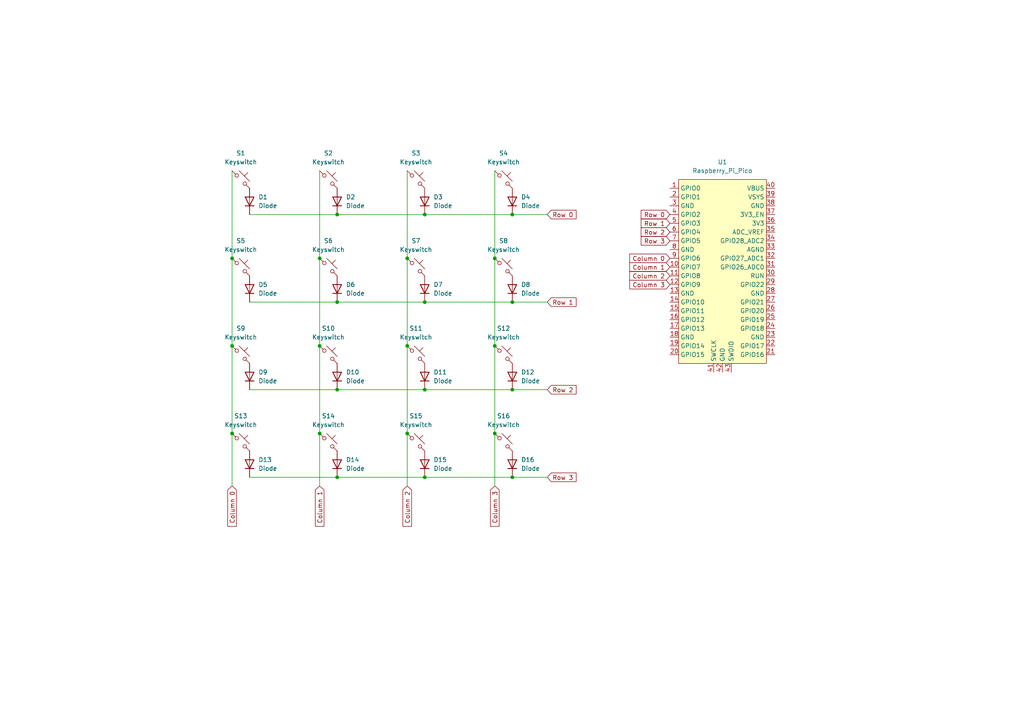
<source format=kicad_sch>
(kicad_sch (version 20231120) (generator "eeschema") (generator_version "8.0")
  (paper "A4")
  (lib_symbols
    (symbol "SCOTTOKEEBS:MCU_Raspberry_Pi_Pico"
      (property "Reference" "U" (at 0 0 0))
      (property "Value" "Raspberry_Pi_Pico" (at 0 27.94 0))
      (symbol "MCU_Raspberry_Pi_Pico_0_1"
        (rectangle (start -12.7 26.67) (end 12.7 -26.67) (fill (type background)))
      )
      (symbol "MCU_Raspberry_Pi_Pico_1_1"
        (pin bidirectional line (at -15.24 24.13 0) (length 2.54) (name "GPIO0") (number "1"))
        (pin bidirectional line (at -15.24 1.27 0) (length 2.54) (name "GPIO7") (number "10"))
        (pin bidirectional line (at -15.24 -1.27 0) (length 2.54) (name "GPIO8") (number "11"))
        (pin bidirectional line (at -15.24 -3.81 0) (length 2.54) (name "GPIO9") (number "12"))
        (pin power_in line (at -15.24 -6.35 0) (length 2.54) (name "GND") (number "13"))
        (pin bidirectional line (at -15.24 -8.89 0) (length 2.54) (name "GPIO10") (number "14"))
        (pin bidirectional line (at -15.24 -11.43 0) (length 2.54) (name "GPIO11") (number "15"))
        (pin bidirectional line (at -15.24 -13.97 0) (length 2.54) (name "GPIO12") (number "16"))
        (pin bidirectional line (at -15.24 -16.51 0) (length 2.54) (name "GPIO13") (number "17"))
        (pin power_in line (at -15.24 -19.05 0) (length 2.54) (name "GND") (number "18"))
        (pin bidirectional line (at -15.24 -21.59 0) (length 2.54) (name "GPIO14") (number "19"))
        (pin bidirectional line (at -15.24 21.59 0) (length 2.54) (name "GPIO1") (number "2"))
        (pin bidirectional line (at -15.24 -24.13 0) (length 2.54) (name "GPIO15") (number "20"))
        (pin bidirectional line (at 15.24 -24.13 180) (length 2.54) (name "GPIO16") (number "21"))
        (pin bidirectional line (at 15.24 -21.59 180) (length 2.54) (name "GPIO17") (number "22"))
        (pin power_in line (at 15.24 -19.05 180) (length 2.54) (name "GND") (number "23"))
        (pin bidirectional line (at 15.24 -16.51 180) (length 2.54) (name "GPIO18") (number "24"))
        (pin bidirectional line (at 15.24 -13.97 180) (length 2.54) (name "GPIO19") (number "25"))
        (pin bidirectional line (at 15.24 -11.43 180) (length 2.54) (name "GPIO20") (number "26"))
        (pin bidirectional line (at 15.24 -8.89 180) (length 2.54) (name "GPIO21") (number "27"))
        (pin power_in line (at 15.24 -6.35 180) (length 2.54) (name "GND") (number "28"))
        (pin bidirectional line (at 15.24 -3.81 180) (length 2.54) (name "GPIO22") (number "29"))
        (pin power_in line (at -15.24 19.05 0) (length 2.54) (name "GND") (number "3"))
        (pin input line (at 15.24 -1.27 180) (length 2.54) (name "RUN") (number "30"))
        (pin bidirectional line (at 15.24 1.27 180) (length 2.54) (name "GPIO26_ADC0") (number "31"))
        (pin bidirectional line (at 15.24 3.81 180) (length 2.54) (name "GPIO27_ADC1") (number "32"))
        (pin power_in line (at 15.24 6.35 180) (length 2.54) (name "AGND") (number "33"))
        (pin bidirectional line (at 15.24 8.89 180) (length 2.54) (name "GPIO28_ADC2") (number "34"))
        (pin power_in line (at 15.24 11.43 180) (length 2.54) (name "ADC_VREF") (number "35"))
        (pin power_in line (at 15.24 13.97 180) (length 2.54) (name "3V3") (number "36"))
        (pin input line (at 15.24 16.51 180) (length 2.54) (name "3V3_EN") (number "37"))
        (pin bidirectional line (at 15.24 19.05 180) (length 2.54) (name "GND") (number "38"))
        (pin power_in line (at 15.24 21.59 180) (length 2.54) (name "VSYS") (number "39"))
        (pin bidirectional line (at -15.24 16.51 0) (length 2.54) (name "GPIO2") (number "4"))
        (pin power_in line (at 15.24 24.13 180) (length 2.54) (name "VBUS") (number "40"))
        (pin input line (at -2.54 -29.21 90) (length 2.54) (name "SWCLK") (number "41"))
        (pin power_in line (at 0 -29.21 90) (length 2.54) (name "GND") (number "42"))
        (pin bidirectional line (at 2.54 -29.21 90) (length 2.54) (name "SWDIO") (number "43"))
        (pin bidirectional line (at -15.24 13.97 0) (length 2.54) (name "GPIO3") (number "5"))
        (pin bidirectional line (at -15.24 11.43 0) (length 2.54) (name "GPIO4") (number "6"))
        (pin bidirectional line (at -15.24 8.89 0) (length 2.54) (name "GPIO5") (number "7"))
        (pin power_in line (at -15.24 6.35 0) (length 2.54) (name "GND") (number "8"))
        (pin bidirectional line (at -15.24 3.81 0) (length 2.54) (name "GPIO6") (number "9"))
      )
    )
    (symbol "SCOTTOKEEBS:Placeholder_Diode" (pin_numbers hide) (pin_names hide)
      (property "Reference" "D" (at 0 2.54 0))
      (property "Value" "Diode" (at 0 -2.54 0))
      (symbol "Placeholder_Diode_0_1"
        (polyline (pts (xy -1.27 1.27) (xy -1.27 -1.27)) (stroke (width 0.254)))
        (polyline (pts (xy 1.27 0) (xy -1.27 0)))
        (polyline (pts (xy 1.27 1.27) (xy 1.27 -1.27) (xy -1.27 0) (xy 1.27 1.27)) (stroke (width 0.254)))
      )
      (symbol "Placeholder_Diode_1_1"
        (pin passive line (at -3.81 0 0) (length 2.54) (name "K") (number "1"))
        (pin passive line (at 3.81 0 180) (length 2.54) (name "A") (number "2"))
      )
    )
    (symbol "SCOTTOKEEBS:Placeholder_Keyswitch" (pin_numbers hide) (pin_names (offset 1.016) hide)
      (property "Reference" "S" (at 3.048 1.016 0))
      (property "Value" "Keyswitch" (at 0 -3.81 0))
      (symbol "Placeholder_Keyswitch_0_1"
        (circle (center -1.1684 1.1684) (radius 0.508))
        (polyline (pts (xy -0.508 2.54) (xy 2.54 -0.508)))
        (polyline (pts (xy 1.016 1.016) (xy 2.032 2.032)))
        (polyline (pts (xy -2.54 2.54) (xy -1.524 1.524) (xy -1.524 1.524)))
        (polyline (pts (xy 1.524 -1.524) (xy 2.54 -2.54) (xy 2.54 -2.54) (xy 2.54 -2.54)))
        (circle (center 1.143 -1.1938) (radius 0.508))
        (pin passive line (at -2.54 2.54 0) (length 0) (name "1") (number "1"))
        (pin passive line (at 2.54 -2.54 180) (length 0) (name "2") (number "2"))
      )
    )
  )
  (junction (at 143.51 74.93))
  (junction (at 67.31 100.33))
  (junction (at 67.31 74.93))
  (junction (at 92.71 100.33))
  (junction (at 67.31 125.73))
  (junction (at 143.51 125.73))
  (junction (at 118.11 125.73))
  (junction (at 143.51 100.33))
  (junction (at 97.79 62.23))
  (junction (at 123.19 87.63))
  (junction (at 123.19 138.43))
  (junction (at 123.19 62.23))
  (junction (at 148.59 138.43))
  (junction (at 118.11 100.33))
  (junction (at 92.71 125.73))
  (junction (at 97.79 87.63))
  (junction (at 148.59 87.63))
  (junction (at 92.71 74.93))
  (junction (at 148.59 62.23))
  (junction (at 148.59 113.03))
  (junction (at 97.79 113.03))
  (junction (at 123.19 113.03))
  (junction (at 118.11 74.93))
  (junction (at 97.79 138.43))
  (wire (pts (xy 72.39 138.43) (xy 97.79 138.43)))
  (wire (pts (xy 72.39 62.23) (xy 97.79 62.23)))
  (wire (pts (xy 158.75 113.03) (xy 148.59 113.03)))
  (wire (pts (xy 67.31 140.97) (xy 67.31 125.73)))
  (wire (pts (xy 123.19 62.23) (xy 148.59 62.23)))
  (wire (pts (xy 118.11 100.33) (xy 118.11 125.73)))
  (wire (pts (xy 92.71 140.97) (xy 92.71 125.73)))
  (wire (pts (xy 123.19 87.63) (xy 148.59 87.63)))
  (wire (pts (xy 92.71 100.33) (xy 92.71 125.73)))
  (wire (pts (xy 92.71 74.93) (xy 92.71 100.33)))
  (wire (pts (xy 143.51 100.33) (xy 143.51 125.73)))
  (wire (pts (xy 67.31 74.93) (xy 67.31 100.33)))
  (wire (pts (xy 158.75 138.43) (xy 148.59 138.43)))
  (wire (pts (xy 97.79 87.63) (xy 123.19 87.63)))
  (wire (pts (xy 118.11 74.93) (xy 118.11 100.33)))
  (wire (pts (xy 118.11 49.53) (xy 118.11 74.93)))
  (wire (pts (xy 158.75 62.23) (xy 148.59 62.23)))
  (wire (pts (xy 72.39 87.63) (xy 97.79 87.63)))
  (wire (pts (xy 123.19 138.43) (xy 148.59 138.43)))
  (wire (pts (xy 143.51 49.53) (xy 143.51 74.93)))
  (wire (pts (xy 118.11 140.97) (xy 118.11 125.73)))
  (wire (pts (xy 143.51 140.97) (xy 143.51 125.73)))
  (wire (pts (xy 72.39 113.03) (xy 97.79 113.03)))
  (wire (pts (xy 67.31 100.33) (xy 67.31 125.73)))
  (wire (pts (xy 97.79 138.43) (xy 123.19 138.43)))
  (wire (pts (xy 97.79 62.23) (xy 123.19 62.23)))
  (wire (pts (xy 67.31 49.53) (xy 67.31 74.93)))
  (wire (pts (xy 123.19 113.03) (xy 148.59 113.03)))
  (wire (pts (xy 158.75 87.63) (xy 148.59 87.63)))
  (wire (pts (xy 97.79 113.03) (xy 123.19 113.03)))
  (wire (pts (xy 143.51 74.93) (xy 143.51 100.33)))
  (wire (pts (xy 92.71 49.53) (xy 92.71 74.93)))
  (global_label "Row 3" (shape input) (at 158.75 138.43 0) (property "Intersheetrefs" "${INTERSHEET_REFS}" (effects (hide yes))))
  (global_label "Column 3" (shape input) (at 143.51 140.97 270) (property "Intersheetrefs" "${INTERSHEET_REFS}" (effects (hide yes))))
  (global_label "Column 0" (shape input) (at 194.31 74.93 180) (property "Intersheetrefs" "${INTERSHEET_REFS}" (effects (hide yes))))
  (global_label "Column 3" (shape input) (at 194.31 82.55 180) (property "Intersheetrefs" "${INTERSHEET_REFS}" (effects (hide yes))))
  (global_label "Column 2" (shape input) (at 194.31 80.01 180) (property "Intersheetrefs" "${INTERSHEET_REFS}" (effects (hide yes))))
  (global_label "Row 3" (shape input) (at 194.31 69.85 180) (property "Intersheetrefs" "${INTERSHEET_REFS}" (effects (hide yes))))
  (global_label "Column 2" (shape input) (at 118.11 140.97 270) (property "Intersheetrefs" "${INTERSHEET_REFS}" (effects (hide yes))))
  (global_label "Row 2" (shape input) (at 158.75 113.03 0) (property "Intersheetrefs" "${INTERSHEET_REFS}" (effects (hide yes))))
  (global_label "Column 1" (shape input) (at 194.31 77.47 180) (property "Intersheetrefs" "${INTERSHEET_REFS}" (effects (hide yes))))
  (global_label "Row 1" (shape input) (at 194.31 64.77 180) (property "Intersheetrefs" "${INTERSHEET_REFS}" (effects (hide yes))))
  (global_label "Row 1" (shape input) (at 158.75 87.63 0) (property "Intersheetrefs" "${INTERSHEET_REFS}" (effects (hide yes))))
  (global_label "Column 1" (shape input) (at 92.71 140.97 270) (property "Intersheetrefs" "${INTERSHEET_REFS}" (effects (hide yes))))
  (global_label "Row 2" (shape input) (at 194.31 67.31 180) (property "Intersheetrefs" "${INTERSHEET_REFS}" (effects (hide yes))))
  (global_label "Row 0" (shape input) (at 194.31 62.23 180) (property "Intersheetrefs" "${INTERSHEET_REFS}" (effects (hide yes))))
  (global_label "Row 0" (shape input) (at 158.75 62.23 0) (property "Intersheetrefs" "${INTERSHEET_REFS}" (effects (hide yes))))
  (global_label "Column 0" (shape input) (at 67.31 140.97 270) (property "Intersheetrefs" "${INTERSHEET_REFS}" (effects (hide yes))))
  (symbol (lib_id "SCOTTOKEEBS:Placeholder_Diode") (at 72.39 58.42 90) (unit 1)
    (property "Reference" "D1" (at 74.93 57.1499 90) (effects (justify right)))
    (property "Value" "Diode" (at 74.93 59.6899 90) (effects (justify right)))
    (property "Footprint" "ScottoKeebs_Components:Diode_DO-35" (effects (hide yes)))
    (property "Description" "1N4148 (DO-35) or 1N4148W (SOD-123)" (effects (hide yes)))
    (property "Sim.Device" "D" (effects (hide yes)))
    (property "Sim.Pins" "1=K 2=A" (effects (hide yes)))
  )
  (symbol (lib_id "SCOTTOKEEBS:Placeholder_Diode") (at 148.59 109.22 90) (unit 1)
    (property "Reference" "D12" (at 151.13 107.9499 90) (effects (justify right)))
    (property "Value" "Diode" (at 151.13 110.4899 90) (effects (justify right)))
    (property "Footprint" "ScottoKeebs_Components:Diode_DO-35" (effects (hide yes)))
    (property "Description" "1N4148 (DO-35) or 1N4148W (SOD-123)" (effects (hide yes)))
    (property "Sim.Device" "D" (effects (hide yes)))
    (property "Sim.Pins" "1=K 2=A" (effects (hide yes)))
  )
  (symbol (lib_id "SCOTTOKEEBS:Placeholder_Keyswitch") (at 95.25 77.47 0) (unit 1)
    (property "Reference" "S6" (at 95.25 69.85 0))
    (property "Value" "Keyswitch" (at 95.25 72.39 0))
    (property "Footprint" "ScottoKeebs_Choc:Choc_V1_1.00u" (effects (hide yes)))
    (property "Description" "Push button switch, normally open, two pins, 45° tilted" (effects (hide yes)))
  )
  (symbol (lib_id "SCOTTOKEEBS:Placeholder_Diode") (at 123.19 83.82 90) (unit 1)
    (property "Reference" "D7" (at 125.73 82.5499 90) (effects (justify right)))
    (property "Value" "Diode" (at 125.73 85.0899 90) (effects (justify right)))
    (property "Footprint" "ScottoKeebs_Components:Diode_DO-35" (effects (hide yes)))
    (property "Description" "1N4148 (DO-35) or 1N4148W (SOD-123)" (effects (hide yes)))
    (property "Sim.Device" "D" (effects (hide yes)))
    (property "Sim.Pins" "1=K 2=A" (effects (hide yes)))
  )
  (symbol (lib_id "SCOTTOKEEBS:Placeholder_Keyswitch") (at 146.05 102.87 0) (unit 1)
    (property "Reference" "S12" (at 146.05 95.25 0))
    (property "Value" "Keyswitch" (at 146.05 97.79 0))
    (property "Footprint" "ScottoKeebs_Choc:Choc_V1_1.00u" (effects (hide yes)))
    (property "Description" "Push button switch, normally open, two pins, 45° tilted" (effects (hide yes)))
  )
  (symbol (lib_id "SCOTTOKEEBS:Placeholder_Diode") (at 123.19 134.62 90) (unit 1)
    (property "Reference" "D15" (at 125.73 133.3499 90) (effects (justify right)))
    (property "Value" "Diode" (at 125.73 135.8899 90) (effects (justify right)))
    (property "Footprint" "ScottoKeebs_Components:Diode_DO-35" (effects (hide yes)))
    (property "Description" "1N4148 (DO-35) or 1N4148W (SOD-123)" (effects (hide yes)))
    (property "Sim.Device" "D" (effects (hide yes)))
    (property "Sim.Pins" "1=K 2=A" (effects (hide yes)))
  )
  (symbol (lib_id "SCOTTOKEEBS:Placeholder_Diode") (at 97.79 58.42 90) (unit 1)
    (property "Reference" "D2" (at 100.33 57.1499 90) (effects (justify right)))
    (property "Value" "Diode" (at 100.33 59.6899 90) (effects (justify right)))
    (property "Footprint" "ScottoKeebs_Components:Diode_DO-35" (effects (hide yes)))
    (property "Description" "1N4148 (DO-35) or 1N4148W (SOD-123)" (effects (hide yes)))
    (property "Sim.Device" "D" (effects (hide yes)))
    (property "Sim.Pins" "1=K 2=A" (effects (hide yes)))
  )
  (symbol (lib_id "SCOTTOKEEBS:Placeholder_Keyswitch") (at 120.65 128.27 0) (unit 1)
    (property "Reference" "S15" (at 120.65 120.65 0))
    (property "Value" "Keyswitch" (at 120.65 123.19 0))
    (property "Footprint" "ScottoKeebs_Choc:Choc_V1_1.00u" (effects (hide yes)))
    (property "Description" "Push button switch, normally open, two pins, 45° tilted" (effects (hide yes)))
  )
  (symbol (lib_id "SCOTTOKEEBS:MCU_Raspberry_Pi_Pico") (at 209.55 78.74 0) (unit 1)
    (property "Reference" "U1" (at 209.55 46.99 0))
    (property "Value" "Raspberry_Pi_Pico" (at 209.55 49.53 0))
    (property "Footprint" "ScottoKeebs_MCU:Raspberry_Pi_Pico" (effects (hide yes)))
  )
  (symbol (lib_id "SCOTTOKEEBS:Placeholder_Keyswitch") (at 120.65 102.87 0) (unit 1)
    (property "Reference" "S11" (at 120.65 95.25 0))
    (property "Value" "Keyswitch" (at 120.65 97.79 0))
    (property "Footprint" "ScottoKeebs_Choc:Choc_V1_1.00u" (effects (hide yes)))
    (property "Description" "Push button switch, normally open, two pins, 45° tilted" (effects (hide yes)))
  )
  (symbol (lib_id "SCOTTOKEEBS:Placeholder_Diode") (at 148.59 58.42 90) (unit 1)
    (property "Reference" "D4" (at 151.13 57.1499 90) (effects (justify right)))
    (property "Value" "Diode" (at 151.13 59.6899 90) (effects (justify right)))
    (property "Footprint" "ScottoKeebs_Components:Diode_DO-35" (effects (hide yes)))
    (property "Description" "1N4148 (DO-35) or 1N4148W (SOD-123)" (effects (hide yes)))
    (property "Sim.Device" "D" (effects (hide yes)))
    (property "Sim.Pins" "1=K 2=A" (effects (hide yes)))
  )
  (symbol (lib_id "SCOTTOKEEBS:Placeholder_Keyswitch") (at 95.25 102.87 0) (unit 1)
    (property "Reference" "S10" (at 95.25 95.25 0))
    (property "Value" "Keyswitch" (at 95.25 97.79 0))
    (property "Footprint" "ScottoKeebs_Choc:Choc_V1_1.00u" (effects (hide yes)))
    (property "Description" "Push button switch, normally open, two pins, 45° tilted" (effects (hide yes)))
  )
  (symbol (lib_id "SCOTTOKEEBS:Placeholder_Keyswitch") (at 69.85 52.07 0) (unit 1)
    (property "Reference" "S1" (at 69.85 44.45 0))
    (property "Value" "Keyswitch" (at 69.85 46.99 0))
    (property "Footprint" "ScottoKeebs_Choc:Choc_V1_1.00u" (effects (hide yes)))
    (property "Description" "Push button switch, normally open, two pins, 45° tilted" (effects (hide yes)))
  )
  (symbol (lib_id "SCOTTOKEEBS:Placeholder_Keyswitch") (at 120.65 77.47 0) (unit 1)
    (property "Reference" "S7" (at 120.65 69.85 0))
    (property "Value" "Keyswitch" (at 120.65 72.39 0))
    (property "Footprint" "ScottoKeebs_Choc:Choc_V1_1.00u" (effects (hide yes)))
    (property "Description" "Push button switch, normally open, two pins, 45° tilted" (effects (hide yes)))
  )
  (symbol (lib_id "SCOTTOKEEBS:Placeholder_Keyswitch") (at 120.65 52.07 0) (unit 1)
    (property "Reference" "S3" (at 120.65 44.45 0))
    (property "Value" "Keyswitch" (at 120.65 46.99 0))
    (property "Footprint" "ScottoKeebs_Choc:Choc_V1_1.00u" (effects (hide yes)))
    (property "Description" "Push button switch, normally open, two pins, 45° tilted" (effects (hide yes)))
  )
  (symbol (lib_id "SCOTTOKEEBS:Placeholder_Keyswitch") (at 69.85 128.27 0) (unit 1)
    (property "Reference" "S13" (at 69.85 120.65 0))
    (property "Value" "Keyswitch" (at 69.85 123.19 0))
    (property "Footprint" "ScottoKeebs_Choc:Choc_V1_1.00u" (effects (hide yes)))
    (property "Description" "Push button switch, normally open, two pins, 45° tilted" (effects (hide yes)))
  )
  (symbol (lib_id "SCOTTOKEEBS:Placeholder_Keyswitch") (at 146.05 128.27 0) (unit 1)
    (property "Reference" "S16" (at 146.05 120.65 0))
    (property "Value" "Keyswitch" (at 146.05 123.19 0))
    (property "Footprint" "ScottoKeebs_Choc:Choc_V1_1.00u" (effects (hide yes)))
    (property "Description" "Push button switch, normally open, two pins, 45° tilted" (effects (hide yes)))
  )
  (symbol (lib_id "SCOTTOKEEBS:Placeholder_Diode") (at 148.59 83.82 90) (unit 1)
    (property "Reference" "D8" (at 151.13 82.5499 90) (effects (justify right)))
    (property "Value" "Diode" (at 151.13 85.0899 90) (effects (justify right)))
    (property "Footprint" "ScottoKeebs_Components:Diode_DO-35" (effects (hide yes)))
    (property "Description" "1N4148 (DO-35) or 1N4148W (SOD-123)" (effects (hide yes)))
    (property "Sim.Device" "D" (effects (hide yes)))
    (property "Sim.Pins" "1=K 2=A" (effects (hide yes)))
  )
  (symbol (lib_id "SCOTTOKEEBS:Placeholder_Diode") (at 148.59 134.62 90) (unit 1)
    (property "Reference" "D16" (at 151.13 133.3499 90) (effects (justify right)))
    (property "Value" "Diode" (at 151.13 135.8899 90) (effects (justify right)))
    (property "Footprint" "ScottoKeebs_Components:Diode_DO-35" (effects (hide yes)))
    (property "Description" "1N4148 (DO-35) or 1N4148W (SOD-123)" (effects (hide yes)))
    (property "Sim.Device" "D" (effects (hide yes)))
    (property "Sim.Pins" "1=K 2=A" (effects (hide yes)))
  )
  (symbol (lib_id "SCOTTOKEEBS:Placeholder_Diode") (at 97.79 134.62 90) (unit 1)
    (property "Reference" "D14" (at 100.33 133.3499 90) (effects (justify right)))
    (property "Value" "Diode" (at 100.33 135.8899 90) (effects (justify right)))
    (property "Footprint" "ScottoKeebs_Components:Diode_DO-35" (effects (hide yes)))
    (property "Description" "1N4148 (DO-35) or 1N4148W (SOD-123)" (effects (hide yes)))
    (property "Sim.Device" "D" (effects (hide yes)))
    (property "Sim.Pins" "1=K 2=A" (effects (hide yes)))
  )
  (symbol (lib_id "SCOTTOKEEBS:Placeholder_Keyswitch") (at 146.05 52.07 0) (unit 1)
    (property "Reference" "S4" (at 146.05 44.45 0))
    (property "Value" "Keyswitch" (at 146.05 46.99 0))
    (property "Footprint" "ScottoKeebs_Choc:Choc_V1_1.00u" (effects (hide yes)))
    (property "Description" "Push button switch, normally open, two pins, 45° tilted" (effects (hide yes)))
  )
  (symbol (lib_id "SCOTTOKEEBS:Placeholder_Diode") (at 72.39 83.82 90) (unit 1)
    (property "Reference" "D5" (at 74.93 82.5499 90) (effects (justify right)))
    (property "Value" "Diode" (at 74.93 85.0899 90) (effects (justify right)))
    (property "Footprint" "ScottoKeebs_Components:Diode_DO-35" (effects (hide yes)))
    (property "Description" "1N4148 (DO-35) or 1N4148W (SOD-123)" (effects (hide yes)))
    (property "Sim.Device" "D" (effects (hide yes)))
    (property "Sim.Pins" "1=K 2=A" (effects (hide yes)))
  )
  (symbol (lib_id "SCOTTOKEEBS:Placeholder_Diode") (at 72.39 109.22 90) (unit 1)
    (property "Reference" "D9" (at 74.93 107.9499 90) (effects (justify right)))
    (property "Value" "Diode" (at 74.93 110.4899 90) (effects (justify right)))
    (property "Footprint" "ScottoKeebs_Components:Diode_DO-35" (effects (hide yes)))
    (property "Description" "1N4148 (DO-35) or 1N4148W (SOD-123)" (effects (hide yes)))
    (property "Sim.Device" "D" (effects (hide yes)))
    (property "Sim.Pins" "1=K 2=A" (effects (hide yes)))
  )
  (symbol (lib_id "SCOTTOKEEBS:Placeholder_Diode") (at 123.19 58.42 90) (unit 1)
    (property "Reference" "D3" (at 125.73 57.1499 90) (effects (justify right)))
    (property "Value" "Diode" (at 125.73 59.6899 90) (effects (justify right)))
    (property "Footprint" "ScottoKeebs_Components:Diode_DO-35" (effects (hide yes)))
    (property "Description" "1N4148 (DO-35) or 1N4148W (SOD-123)" (effects (hide yes)))
    (property "Sim.Device" "D" (effects (hide yes)))
    (property "Sim.Pins" "1=K 2=A" (effects (hide yes)))
  )
  (symbol (lib_id "SCOTTOKEEBS:Placeholder_Keyswitch") (at 95.25 128.27 0) (unit 1)
    (property "Reference" "S14" (at 95.25 120.65 0))
    (property "Value" "Keyswitch" (at 95.25 123.19 0))
    (property "Footprint" "ScottoKeebs_Choc:Choc_V1_1.00u" (effects (hide yes)))
    (property "Description" "Push button switch, normally open, two pins, 45° tilted" (effects (hide yes)))
  )
  (symbol (lib_id "SCOTTOKEEBS:Placeholder_Keyswitch") (at 146.05 77.47 0) (unit 1)
    (property "Reference" "S8" (at 146.05 69.85 0))
    (property "Value" "Keyswitch" (at 146.05 72.39 0))
    (property "Footprint" "ScottoKeebs_Choc:Choc_V1_1.00u" (effects (hide yes)))
    (property "Description" "Push button switch, normally open, two pins, 45° tilted" (effects (hide yes)))
  )
  (symbol (lib_id "SCOTTOKEEBS:Placeholder_Keyswitch") (at 69.85 102.87 0) (unit 1)
    (property "Reference" "S9" (at 69.85 95.25 0))
    (property "Value" "Keyswitch" (at 69.85 97.79 0))
    (property "Footprint" "ScottoKeebs_Choc:Choc_V1_1.00u" (effects (hide yes)))
    (property "Description" "Push button switch, normally open, two pins, 45° tilted" (effects (hide yes)))
  )
  (symbol (lib_id "SCOTTOKEEBS:Placeholder_Keyswitch") (at 95.25 52.07 0) (unit 1)
    (property "Reference" "S2" (at 95.25 44.45 0))
    (property "Value" "Keyswitch" (at 95.25 46.99 0))
    (property "Footprint" "ScottoKeebs_Choc:Choc_V1_1.00u" (effects (hide yes)))
    (property "Description" "Push button switch, normally open, two pins, 45° tilted" (effects (hide yes)))
  )
  (symbol (lib_id "SCOTTOKEEBS:Placeholder_Diode") (at 97.79 83.82 90) (unit 1)
    (property "Reference" "D6" (at 100.33 82.5499 90) (effects (justify right)))
    (property "Value" "Diode" (at 100.33 85.0899 90) (effects (justify right)))
    (property "Footprint" "ScottoKeebs_Components:Diode_DO-35" (effects (hide yes)))
    (property "Description" "1N4148 (DO-35) or 1N4148W (SOD-123)" (effects (hide yes)))
    (property "Sim.Device" "D" (effects (hide yes)))
    (property "Sim.Pins" "1=K 2=A" (effects (hide yes)))
  )
  (symbol (lib_id "SCOTTOKEEBS:Placeholder_Diode") (at 123.19 109.22 90) (unit 1)
    (property "Reference" "D11" (at 125.73 107.9499 90) (effects (justify right)))
    (property "Value" "Diode" (at 125.73 110.4899 90) (effects (justify right)))
    (property "Footprint" "ScottoKeebs_Components:Diode_DO-35" (effects (hide yes)))
    (property "Description" "1N4148 (DO-35) or 1N4148W (SOD-123)" (effects (hide yes)))
    (property "Sim.Device" "D" (effects (hide yes)))
    (property "Sim.Pins" "1=K 2=A" (effects (hide yes)))
  )
  (symbol (lib_id "SCOTTOKEEBS:Placeholder_Diode") (at 72.39 134.62 90) (unit 1)
    (property "Reference" "D13" (at 74.93 133.3499 90) (effects (justify right)))
    (property "Value" "Diode" (at 74.93 135.8899 90) (effects (justify right)))
    (property "Footprint" "ScottoKeebs_Components:Diode_DO-35" (effects (hide yes)))
    (property "Description" "1N4148 (DO-35) or 1N4148W (SOD-123)" (effects (hide yes)))
    (property "Sim.Device" "D" (effects (hide yes)))
    (property "Sim.Pins" "1=K 2=A" (effects (hide yes)))
  )
  (symbol (lib_id "SCOTTOKEEBS:Placeholder_Keyswitch") (at 69.85 77.47 0) (unit 1)
    (property "Reference" "S5" (at 69.85 69.85 0))
    (property "Value" "Keyswitch" (at 69.85 72.39 0))
    (property "Footprint" "ScottoKeebs_Choc:Choc_V1_1.00u" (effects (hide yes)))
    (property "Description" "Push button switch, normally open, two pins, 45° tilted" (effects (hide yes)))
  )
  (symbol (lib_id "SCOTTOKEEBS:Placeholder_Diode") (at 97.79 109.22 90) (unit 1)
    (property "Reference" "D10" (at 100.33 107.9499 90) (effects (justify right)))
    (property "Value" "Diode" (at 100.33 110.4899 90) (effects (justify right)))
    (property "Footprint" "ScottoKeebs_Components:Diode_DO-35" (effects (hide yes)))
    (property "Description" "1N4148 (DO-35) or 1N4148W (SOD-123)" (effects (hide yes)))
    (property "Sim.Device" "D" (effects (hide yes)))
    (property "Sim.Pins" "1=K 2=A" (effects (hide yes)))
  )
)
</source>
